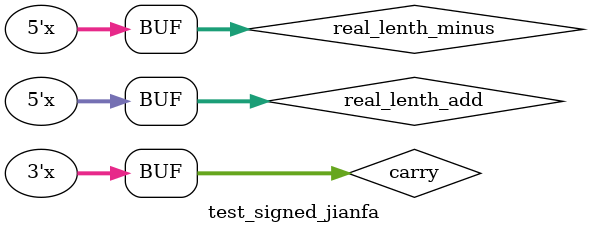
<source format=v>
`timescale 1ns / 1ps


module test_signed_jianfa;

reg[2:0] carry = 0;
reg[3:0] lenth = 0;
reg signed [4:0] real_lenth_add;
reg signed [4:0] real_lenth_minus;
always#10
begin
    carry = carry + 1;
    if(carry == 0)
        if(lenth == 8)
            lenth = 0;
        else
            lenth = lenth + 1;
        
end
always#10
begin
    real_lenth_add = lenth + carry;
    real_lenth_minus = lenth - carry;
end
endmodule

</source>
